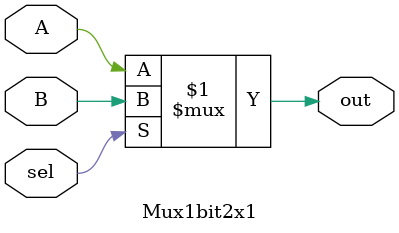
<source format=v>
`timescale 1ns / 1ps


module Mux1bit2x1(
    input sel,
    input A,
    input B,
    output out
    );
    
    assign out = (sel) ? B:A;
endmodule

</source>
